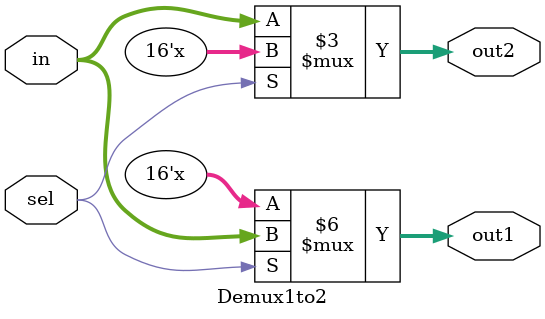
<source format=v>
`define WIDTH 16

module Demux1to2(in,out1,out2,sel);
  input   [`WIDTH-1:0] in;
  input   sel;
  output reg [`WIDTH-1:0] out1;
  output reg [`WIDTH-1:0] out2;
  
  always@(in,sel)
  begin
    if(sel)
      begin
      out1 <= in;
      out2 <= 16'bzzzzzzzzzzzzzzzz;
      end
    else
      begin
      out1 <= 16'bzzzzzzzzzzzzzzzz;
      out2 <= in;
      end
  end
      
endmodule

</source>
